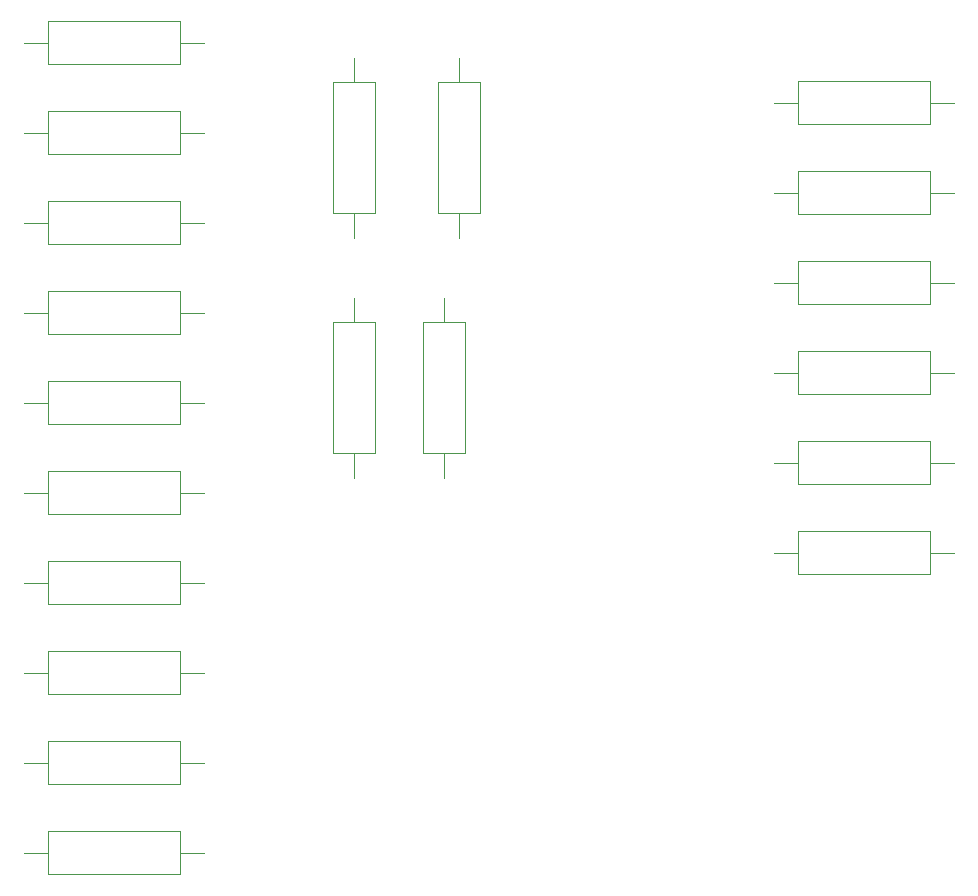
<source format=gbr>
G04 DipTrace 4.2.0.1*
G04 BottomAssembly.gbr*
%MOIN*%
G04 #@! TF.FileFunction,Drawing,Bot*
G04 #@! TF.Part,Single*
%ADD10C,0.004724*%
%FSLAX26Y26*%
G04*
G70*
G90*
G75*
G01*
G04 BotAssy*
%LPD*%
X1964567Y3562598D2*
D10*
X1822835D1*
Y3124803D1*
X1964567D1*
Y3562598D1*
X1893701Y3043701D2*
Y3124803D1*
Y3562598D2*
Y3643701D1*
X574803Y4564567D2*
Y4422835D1*
X1012598D1*
Y4564567D1*
X574803D1*
X1093701Y4493701D2*
X1012598D1*
X574803D2*
X493701D1*
X574803Y4264567D2*
Y4122835D1*
X1012598D1*
Y4264567D1*
X574803D1*
X1093701Y4193701D2*
X1012598D1*
X574803D2*
X493701D1*
X574803Y3964567D2*
Y3822835D1*
X1012598D1*
Y3964567D1*
X574803D1*
X1093701Y3893701D2*
X1012598D1*
X574803D2*
X493701D1*
X574803Y3664567D2*
Y3522835D1*
X1012598D1*
Y3664567D1*
X574803D1*
X1093701Y3593701D2*
X1012598D1*
X574803D2*
X493701D1*
X574803Y3364567D2*
Y3222835D1*
X1012598D1*
Y3364567D1*
X574803D1*
X1093701Y3293701D2*
X1012598D1*
X574803D2*
X493701D1*
X574803Y3064567D2*
Y2922835D1*
X1012598D1*
Y3064567D1*
X574803D1*
X1093701Y2993701D2*
X1012598D1*
X574803D2*
X493701D1*
X574803Y2764567D2*
Y2622835D1*
X1012598D1*
Y2764567D1*
X574803D1*
X1093701Y2693701D2*
X1012598D1*
X574803D2*
X493701D1*
X574803Y2464567D2*
Y2322835D1*
X1012598D1*
Y2464567D1*
X574803D1*
X1093701Y2393701D2*
X1012598D1*
X574803D2*
X493701D1*
X574803Y2164567D2*
Y2022835D1*
X1012598D1*
Y2164567D1*
X574803D1*
X1093701Y2093701D2*
X1012598D1*
X574803D2*
X493701D1*
X574803Y1864567D2*
Y1722835D1*
X1012598D1*
Y1864567D1*
X574803D1*
X1093701Y1793701D2*
X1012598D1*
X574803D2*
X493701D1*
X3512598Y2722835D2*
Y2864567D1*
X3074803D1*
Y2722835D1*
X3512598D1*
X2993701Y2793701D2*
X3074803D1*
X3512598D2*
X3593701D1*
X3512598Y3022835D2*
Y3164567D1*
X3074803D1*
Y3022835D1*
X3512598D1*
X2993701Y3093701D2*
X3074803D1*
X3512598D2*
X3593701D1*
X3512598Y3322835D2*
Y3464567D1*
X3074803D1*
Y3322835D1*
X3512598D1*
X2993701Y3393701D2*
X3074803D1*
X3512598D2*
X3593701D1*
X3512598Y3622835D2*
Y3764567D1*
X3074803D1*
Y3622835D1*
X3512598D1*
X2993701Y3693701D2*
X3074803D1*
X3512598D2*
X3593701D1*
X3512598Y3922835D2*
Y4064567D1*
X3074803D1*
Y3922835D1*
X3512598D1*
X2993701Y3993701D2*
X3074803D1*
X3512598D2*
X3593701D1*
X3512598Y4222835D2*
Y4364567D1*
X3074803D1*
Y4222835D1*
X3512598D1*
X2993701Y4293701D2*
X3074803D1*
X3512598D2*
X3593701D1*
X1872835Y3924803D2*
X2014567D1*
Y4362598D1*
X1872835D1*
Y3924803D1*
X1943701Y4443701D2*
Y4362598D1*
Y3924803D2*
Y3843701D1*
X1664567Y4362598D2*
X1522835D1*
Y3924803D1*
X1664567D1*
Y4362598D1*
X1593701Y3843701D2*
Y3924803D1*
Y4362598D2*
Y4443701D1*
X1664567Y3562598D2*
X1522835D1*
Y3124803D1*
X1664567D1*
Y3562598D1*
X1593701Y3043701D2*
Y3124803D1*
Y3562598D2*
Y3643701D1*
M02*

</source>
